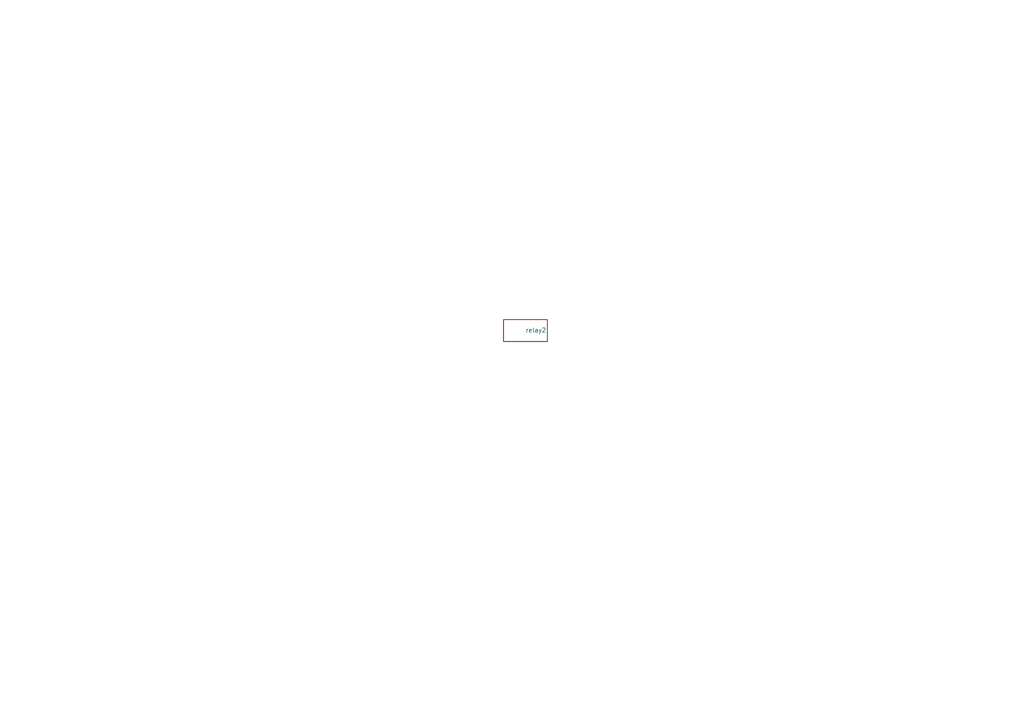
<source format=kicad_sch>
(kicad_sch
	(version 20231120)
	(generator "eeschema")
	(generator_version "8.0")
	(uuid "5b0fb525-835e-4f66-9891-1c410863fb00")
	(paper "A4")
	(lib_symbols)
	(sheet
		(at 146.05 92.71)
		(size 12.7 6.35)
		(stroke
			(width 0.1524)
			(type solid)
		)
		(fill
			(color 0 0 0 0.0000)
		)
		(uuid "5b678fea-bddc-48cc-88a8-d68fb55c6257")
		(property "Sheetname" "relay2"
			(at 152.4 96.52 0)
			(effects
				(font
					(size 1.27 1.27)
				)
				(justify left bottom)
			)
		)
		(property "Sheetfile" "relay.kicad_sch"
			(at 146.05 112.3446 0)
			(effects
				(font
					(size 1.27 1.27)
				)
				(justify left top)
				(hide yes)
			)
		)
		(instances
			(project "unifrog-latching-relay-SMD"
				(path "/5b0fb525-835e-4f66-9891-1c410863fb00"
					(page "3")
				)
			)
		)
	)
	(sheet_instances
		(path "/"
			(page "1")
		)
	)
)

</source>
